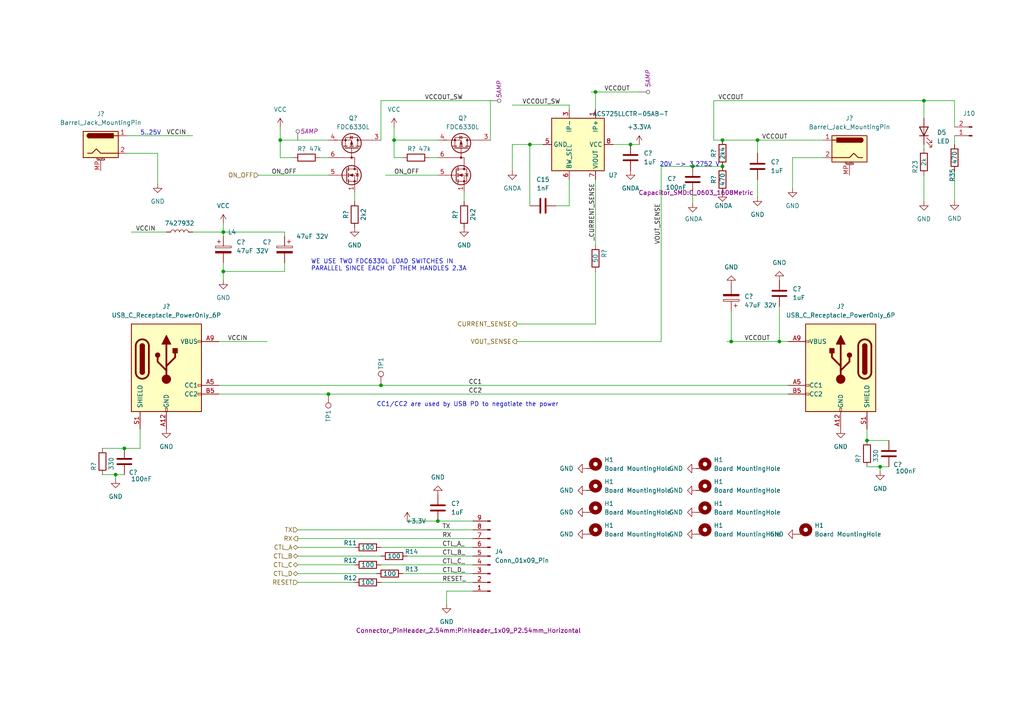
<source format=kicad_sch>
(kicad_sch (version 20230121) (generator eeschema)
  (paper "A4")
  (title_block (title "Board control") (date "2023-06-13") (rev "1.0.0") (company "Red Hat Inc.") (comment 1 "Emerging Technologies"))
  (lib_symbols
    (symbol "Connector:Barrel_Jack_MountingPin" (pin_names hide)
      (property "Reference" "J" (at 0 5.334 0))
      (property "Value" "Barrel_Jack_MountingPin" (at 1.27 -6.35 0))
      (symbol "Barrel_Jack_MountingPin_1_1"
        (text "Mounting" (at 0 -4.191 0) (effects (font (size 0.381 0.381))))
        (pin passive line (at 7.62 2.54 180) (length 2.54) (name "~") (number "1"))
        (pin passive line (at 7.62 -2.54 180) (length 2.54) (name "~") (number "2"))
        (pin passive line (at 0 -7.62 90) (length 3.048) (name "MountPin") (number "MP"))
      )
    )
    (symbol "Connector:Conn_01x02_Pin" (pin_names (offset 1.016) hide)
      (property "Reference" "J" (at 0 2.54 0))
      (property "Value" "Conn_01x02_Pin" (at 0 -5.08 0))
      (symbol "Conn_01x02_Pin_1_1"
        (pin passive line (at 5.08 0 180) (length 3.81) (name "Pin_1") (number "1"))
        (pin passive line (at 5.08 -2.54 180) (length 3.81) (name "Pin_2") (number "2"))
      )
    )
    (symbol "Connector:Conn_01x09_Pin" (pin_names (offset 1.016) hide)
      (property "Reference" "J" (at 0 12.7 0))
      (property "Value" "Conn_01x09_Pin" (at 0 -12.7 0))
      (symbol "Conn_01x09_Pin_1_1"
        (pin passive line (at 5.08 10.16 180) (length 3.81) (name "Pin_1") (number "1"))
        (pin passive line (at 5.08 7.62 180) (length 3.81) (name "Pin_2") (number "2"))
        (pin passive line (at 5.08 5.08 180) (length 3.81) (name "Pin_3") (number "3"))
        (pin passive line (at 5.08 2.54 180) (length 3.81) (name "Pin_4") (number "4"))
        (pin passive line (at 5.08 0 180) (length 3.81) (name "Pin_5") (number "5"))
        (pin passive line (at 5.08 -2.54 180) (length 3.81) (name "Pin_6") (number "6"))
        (pin passive line (at 5.08 -5.08 180) (length 3.81) (name "Pin_7") (number "7"))
        (pin passive line (at 5.08 -7.62 180) (length 3.81) (name "Pin_8") (number "8"))
        (pin passive line (at 5.08 -10.16 180) (length 3.81) (name "Pin_9") (number "9"))
      )
    )
    (symbol "Connector:TestPoint" (pin_numbers hide) (pin_names (offset 0.762) hide)
      (property "Reference" "TP" (at 0 6.858 0))
      (property "Value" "TestPoint" (at 0 5.08 0))
      (symbol "TestPoint_1_1"
        (pin passive line (at 0 0 90) (length 2.54) (name "1") (number "1"))
      )
    )
    (symbol "Connector:USB_C_Receptacle_PowerOnly_6P" (pin_names (offset 1.016))
      (property "Reference" "J" (at 0 16.51 0))
      (property "Value" "USB_C_Receptacle_PowerOnly_6P" (at 0 13.97 0))
      (symbol "USB_C_Receptacle_PowerOnly_6P_1_1"
        (pin passive line (at 0 -17.78 90) (length 5.08) (name "GND") (number "A12"))
        (pin bidirectional line (at 15.24 -5.08 180) (length 5.08) (name "CC1") (number "A5"))
        (pin passive line (at 15.24 7.62 180) (length 5.08) (name "VBUS") (number "A9"))
        (pin passive line (at 0 -17.78 90) (length 5.08) hide (name "GND") (number "B12"))
        (pin bidirectional line (at 15.24 -7.62 180) (length 5.08) (name "CC2") (number "B5"))
        (pin passive line (at 15.24 7.62 180) (length 5.08) hide (name "VBUS") (number "B9"))
        (pin passive line (at -7.62 -17.78 90) (length 5.08) (name "SHIELD") (number "S1"))
      )
    )
    (symbol "Device:C" (pin_numbers hide) (pin_names (offset 0.254))
      (property "Reference" "C" (at 0.635 2.54 0))
      (property "Value" "C" (at 0.635 -2.54 0))
      (symbol "C_1_1"
        (pin passive line (at 0 3.81 270) (length 2.794) (name "~") (number "1"))
        (pin passive line (at 0 -3.81 90) (length 2.794) (name "~") (number "2"))
      )
    )
    (symbol "Device:C_Polarized" (pin_numbers hide) (pin_names (offset 0.254))
      (property "Reference" "C" (at 0.635 2.54 0))
      (property "Value" "C_Polarized" (at 0.635 -2.54 0))
      (symbol "C_Polarized_1_1"
        (pin passive line (at 0 3.81 270) (length 2.794) (name "~") (number "1"))
        (pin passive line (at 0 -3.81 90) (length 2.794) (name "~") (number "2"))
      )
    )
    (symbol "Device:L" (pin_numbers hide) (pin_names (offset 1.016) hide)
      (property "Reference" "L" (at -1.27 0 90))
      (property "Value" "L" (at 1.905 0 90))
      (symbol "L_1_1"
        (pin passive line (at 0 3.81 270) (length 1.27) (name "1") (number "1"))
        (pin passive line (at 0 -3.81 90) (length 1.27) (name "2") (number "2"))
      )
    )
    (symbol "Device:LED" (pin_numbers hide) (pin_names (offset 1.016) hide)
      (property "Reference" "D" (at 0 2.54 0))
      (property "Value" "LED" (at 0 -2.54 0))
      (symbol "LED_1_1"
        (pin passive line (at -3.81 0 0) (length 2.54) (name "K") (number "1"))
        (pin passive line (at 3.81 0 180) (length 2.54) (name "A") (number "2"))
      )
    )
    (symbol "Device:R" (pin_numbers hide) (pin_names (offset 0))
      (property "Reference" "R" (at 2.032 0 90))
      (property "Value" "R" (at 0 0 90))
      (symbol "R_1_1"
        (pin passive line (at 0 3.81 270) (length 1.27) (name "~") (number "1"))
        (pin passive line (at 0 -3.81 90) (length 1.27) (name "~") (number "2"))
      )
    )
    (symbol "MountingHole_1" (pin_names (offset 1.016))
      (property "Reference" "H11" (at 2.54 1.27 0))
      (property "Value" "Board MountingHole" (at 2.54 -1.27 0))
      (symbol "MountingHole_1_1_1"
        (pin passive line (at -2.54 -1.27 0) (length 2.54) (name "") (number "1"))
      )
    )
    (symbol "MountingHole_10" (pin_names (offset 1.016))
      (property "Reference" "H14" (at 2.54 1.27 0))
      (property "Value" "Board MountingHole" (at 2.54 -1.27 0))
      (symbol "MountingHole_10_1_1"
        (pin passive line (at -2.54 -1.27 0) (length 2.54) (name "") (number "1"))
      )
    )
    (symbol "MountingHole_2" (pin_names (offset 1.016))
      (property "Reference" "H5" (at 2.54 1.27 0))
      (property "Value" "Board MountingHole" (at 2.54 -1.27 0))
      (symbol "MountingHole_2_1_1"
        (pin passive line (at -2.54 -1.27 0) (length 2.54) (name "") (number "1"))
      )
    )
    (symbol "MountingHole_3" (pin_names (offset 1.016))
      (property "Reference" "H6" (at 2.54 1.27 0))
      (property "Value" "Board MountingHole" (at 2.54 -1.27 0))
      (symbol "MountingHole_3_1_1"
        (pin passive line (at -2.54 -1.27 0) (length 2.54) (name "") (number "1"))
      )
    )
    (symbol "MountingHole_4" (pin_names (offset 1.016))
      (property "Reference" "H7" (at 2.54 1.27 0))
      (property "Value" "Board MountingHole" (at 2.54 -1.27 0))
      (symbol "MountingHole_4_1_1"
        (pin passive line (at -2.54 -1.27 0) (length 2.54) (name "") (number "1"))
      )
    )
    (symbol "MountingHole_5" (pin_names (offset 1.016))
      (property "Reference" "H8" (at 2.54 1.27 0))
      (property "Value" "Board MountingHole" (at 2.54 -1.27 0))
      (symbol "MountingHole_5_1_1"
        (pin passive line (at -2.54 -1.27 0) (length 2.54) (name "") (number "1"))
      )
    )
    (symbol "MountingHole_6" (pin_names (offset 1.016))
      (property "Reference" "H9" (at 2.54 1.27 0))
      (property "Value" "Board MountingHole" (at 2.54 -1.27 0))
      (symbol "MountingHole_6_1_1"
        (pin passive line (at -2.54 -1.27 0) (length 2.54) (name "") (number "1"))
      )
    )
    (symbol "MountingHole_7" (pin_names (offset 1.016))
      (property "Reference" "H10" (at 2.54 1.27 0))
      (property "Value" "Board MountingHole" (at 2.54 -1.27 0))
      (symbol "MountingHole_7_1_1"
        (pin passive line (at -2.54 -1.27 0) (length 2.54) (name "") (number "1"))
      )
    )
    (symbol "MountingHole_8" (pin_names (offset 1.016))
      (property "Reference" "H12" (at 2.54 1.27 0))
      (property "Value" "Board MountingHole" (at 2.54 -1.27 0))
      (symbol "MountingHole_8_1_1"
        (pin passive line (at -2.54 -1.27 0) (length 2.54) (name "") (number "1"))
      )
    )
    (symbol "Sensor_Current:ACS722xLCTR-20AU"
      (property "Reference" "U" (at 2.54 11.43 0))
      (property "Value" "ACS722xLCTR-20AU" (at 2.54 8.89 0))
      (symbol "ACS722xLCTR-20AU_1_1"
        (pin passive line (at -10.16 5.08 0) (length 2.54) (name "IP+") (number "1"))
        (pin passive line (at -10.16 5.08 0) (length 2.54) hide (name "IP+") (number "2"))
        (pin passive line (at -10.16 -2.54 0) (length 2.54) (name "IP-") (number "3"))
        (pin passive line (at -10.16 -2.54 0) (length 2.54) hide (name "IP-") (number "4"))
        (pin power_in line (at 0 -10.16 90) (length 2.54) (name "GND") (number "5"))
        (pin input line (at 10.16 -2.54 180) (length 2.54) (name "BW_SEL") (number "6"))
        (pin output line (at 10.16 5.08 180) (length 2.54) (name "VIOUT") (number "7"))
        (pin power_in line (at 0 10.16 270) (length 2.54) (name "VCC") (number "8"))
      )
    )
    (symbol "Transistor_FET:FDC6330L" (pin_names hide)
      (property "Reference" "Q" (at 3.175 -1.27 0))
      (property "Value" "FDC6330L" (at 3.175 -3.81 0))
      (symbol "FDC6330L_1_1"
        (pin passive line (at 0 -7.62 90) (length 2.54) (name "S1") (number "1"))
        (pin passive line (at 7.62 7.62 180) (length 2.54) hide (name "D2") (number "2"))
        (pin passive line (at 7.62 7.62 180) (length 2.54) (name "D2") (number "3"))
        (pin passive line (at -7.62 7.62 0) (length 2.54) (name "S2") (number "4"))
        (pin passive line (at -7.62 -2.54 0) (length 2.54) (name "G1") (number "5"))
        (pin passive line (at -7.62 2.54 0) (length 2.54) (name "D1") (number "6"))
      )
    )
    (symbol "power:+3.3V" (power) (pin_names (offset 0))
      (property "Value" "+3.3V" (at 0 3.556 0))
      (symbol "+3.3V_1_1"
        (pin power_in line (at 0 0 90) (length 0) hide (name "+3.3V") (number "1"))
      )
    )
    (symbol "power:+3.3VA" (power) (pin_names (offset 0))
      (property "Value" "+3.3VA" (at 0 3.556 0))
      (symbol "+3.3VA_1_1"
        (pin power_in line (at 0 0 90) (length 0) hide (name "+3.3VA") (number "1"))
      )
    )
    (symbol "power:GND" (power) (pin_names (offset 0))
      (property "Value" "GND" (at 0 -3.81 0))
      (symbol "GND_1_1"
        (pin power_in line (at 0 0 270) (length 0) hide (name "GND") (number "1"))
      )
    )
    (symbol "power:GNDA" (power) (pin_names (offset 0))
      (property "Value" "GNDA" (at 0 -3.81 0))
      (symbol "GNDA_1_1"
        (pin power_in line (at 0 0 270) (length 0) hide (name "GNDA") (number "1"))
      )
    )
    (symbol "power:VCC" (power) (pin_names (offset 0))
      (property "Value" "VCC" (at 0 3.81 0))
      (symbol "VCC_1_1"
        (pin power_in line (at 0 0 90) (length 0) hide (name "VCC") (number "1"))
      )
    )
  )
  (junction (at 172.72 26.67))
  (junction (at 114.3 40.64))
  (junction (at 255.27 135.382))
  (junction (at 267.97 29.21))
  (junction (at 95.25 114.3))
  (junction (at 251.46 127.762))
  (junction (at 110.49 111.76))
  (junction (at 64.77 78.74))
  (junction (at 226.06 99.06))
  (junction (at 81.28 40.64))
  (junction (at 209.55 48.26))
  (junction (at 200.914 48.26))
  (junction (at 127 151.13))
  (junction (at 212.09 99.06))
  (junction (at 219.71 40.64))
  (junction (at 64.77 67.31))
  (junction (at 33.528 137.668))
  (junction (at 153.67 41.91))
  (junction (at 182.88 41.91))
  (junction (at 36.068 130.048))
  (junction (at 209.55 40.64))
  (wire (pts (xy 110.49 29.21) (xy 142.24 29.21)))
  (wire (pts (xy 38.1 67.31) (xy 48.26 67.31)))
  (wire (pts (xy 177.8 41.91) (xy 182.88 41.91)))
  (wire (pts (xy 102.87 55.88) (xy 102.87 58.42)))
  (wire (pts (xy 29.718 137.668) (xy 33.528 137.668)))
  (wire (pts (xy 64.77 67.31) (xy 64.77 68.58)))
  (wire (pts (xy 171.45 26.67) (xy 172.72 26.67)))
  (wire (pts (xy 118.11 151.13) (xy 127 151.13)))
  (wire (pts (xy 86.36 163.83) (xy 102.87 163.83)))
  (wire (pts (xy 64.77 78.74) (xy 64.77 81.28)))
  (wire (pts (xy 36.068 130.048) (xy 40.64 130.048)))
  (wire (pts (xy 165.1 30.48) (xy 148.59 30.48)))
  (wire (pts (xy 33.528 137.668) (xy 36.068 137.668)))
  (wire (pts (xy 172.72 26.67) (xy 185.42 26.67)))
  (wire (pts (xy 182.88 41.91) (xy 185.42 41.91)))
  (wire (pts (xy 137.16 171.45) (xy 129.54 171.45)))
  (wire (pts (xy 86.36 156.21) (xy 137.16 156.21)))
  (wire (pts (xy 36.83 44.45) (xy 45.72 44.45)))
  (wire (pts (xy 63.5 99.06) (xy 77.47 99.06)))
  (wire (pts (xy 212.09 90.17) (xy 212.09 99.06)))
  (wire (pts (xy 276.86 39.37) (xy 276.86 41.91)))
  (wire (pts (xy 64.77 76.2) (xy 64.77 78.74)))
  (wire (pts (xy 111.76 50.8) (xy 127 50.8)))
  (wire (pts (xy 276.86 36.83) (xy 276.86 29.21)))
  (wire (pts (xy 81.28 40.64) (xy 81.28 36.83)))
  (wire (pts (xy 55.88 67.31) (xy 64.77 67.31)))
  (wire (pts (xy 207.01 29.21) (xy 207.01 40.64)))
  (wire (pts (xy 207.01 29.21) (xy 267.97 29.21)))
  (wire (pts (xy 276.86 58.293) (xy 276.86 49.53)))
  (wire (pts (xy 81.28 45.72) (xy 81.28 40.64)))
  (wire (pts (xy 267.97 34.29) (xy 267.97 29.21)))
  (wire (pts (xy 212.09 99.06) (xy 226.06 99.06)))
  (wire (pts (xy 86.36 161.29) (xy 110.49 161.29)))
  (wire (pts (xy 45.72 44.45) (xy 45.72 53.34)))
  (wire (pts (xy 110.49 40.64) (xy 110.49 29.21)))
  (wire (pts (xy 172.72 52.07) (xy 172.72 71.12)))
  (wire (pts (xy 153.67 41.91) (xy 153.67 59.69)))
  (wire (pts (xy 33.528 137.668) (xy 33.528 138.938)))
  (wire (pts (xy 134.62 55.88) (xy 134.62 58.42)))
  (wire (pts (xy 114.3 45.72) (xy 114.3 40.64)))
  (wire (pts (xy 63.5 114.3) (xy 95.25 114.3)))
  (wire (pts (xy 255.27 135.382) (xy 255.27 136.652)))
  (wire (pts (xy 124.46 45.72) (xy 127 45.72)))
  (wire (pts (xy 209.55 48.26) (xy 200.914 48.26)))
  (wire (pts (xy 157.48 41.91) (xy 153.67 41.91)))
  (wire (pts (xy 129.54 171.45) (xy 129.54 175.26)))
  (wire (pts (xy 114.3 36.83) (xy 114.3 40.64)))
  (wire (pts (xy 74.93 50.8) (xy 95.25 50.8)))
  (wire (pts (xy 191.77 99.06) (xy 149.86 99.06)))
  (wire (pts (xy 118.11 161.29) (xy 137.16 161.29)))
  (wire (pts (xy 267.97 50.8) (xy 267.97 58.42)))
  (wire (pts (xy 191.77 48.26) (xy 200.914 48.26)))
  (wire (pts (xy 207.01 40.64) (xy 209.55 40.64)))
  (wire (pts (xy 110.49 111.76) (xy 228.6 111.76)))
  (wire (pts (xy 40.64 124.46) (xy 40.64 130.048)))
  (wire (pts (xy 219.71 40.64) (xy 238.76 40.64)))
  (wire (pts (xy 165.1 31.75) (xy 165.1 30.48)))
  (wire (pts (xy 86.36 168.91) (xy 102.87 168.91)))
  (wire (pts (xy 267.97 41.91) (xy 267.97 43.18)))
  (wire (pts (xy 82.55 68.58) (xy 82.55 67.31)))
  (wire (pts (xy 116.84 45.72) (xy 114.3 45.72)))
  (wire (pts (xy 116.84 166.37) (xy 137.16 166.37)))
  (wire (pts (xy 219.71 52.07) (xy 219.71 57.15)))
  (wire (pts (xy 172.72 26.67) (xy 172.72 31.75)))
  (wire (pts (xy 191.77 48.26) (xy 191.77 99.06)))
  (wire (pts (xy 29.718 130.048) (xy 36.068 130.048)))
  (wire (pts (xy 64.77 78.74) (xy 82.55 78.74)))
  (wire (pts (xy 255.27 135.382) (xy 257.81 135.382)))
  (wire (pts (xy 114.3 40.64) (xy 127 40.64)))
  (wire (pts (xy 82.55 67.31) (xy 64.77 67.31)))
  (wire (pts (xy 148.59 41.91) (xy 148.59 49.53)))
  (wire (pts (xy 172.72 93.98) (xy 172.72 78.74)))
  (wire (pts (xy 36.83 39.37) (xy 55.88 39.37)))
  (wire (pts (xy 251.46 124.46) (xy 251.46 127.762)))
  (wire (pts (xy 200.914 58.928) (xy 200.914 55.88)))
  (wire (pts (xy 219.71 40.64) (xy 219.71 44.45)))
  (wire (pts (xy 153.67 41.91) (xy 148.59 41.91)))
  (wire (pts (xy 251.46 127.762) (xy 257.81 127.762)))
  (wire (pts (xy 142.24 29.21) (xy 142.24 40.64)))
  (wire (pts (xy 85.09 45.72) (xy 81.28 45.72)))
  (wire (pts (xy 63.5 111.76) (xy 110.49 111.76)))
  (wire (pts (xy 81.28 40.64) (xy 95.25 40.64)))
  (wire (pts (xy 238.76 45.72) (xy 229.87 45.72)))
  (wire (pts (xy 110.49 163.83) (xy 137.16 163.83)))
  (wire (pts (xy 210.82 99.06) (xy 212.09 99.06)))
  (wire (pts (xy 92.71 45.72) (xy 95.25 45.72)))
  (wire (pts (xy 64.77 64.77) (xy 64.77 67.31)))
  (wire (pts (xy 226.06 88.9) (xy 226.06 99.06)))
  (wire (pts (xy 110.49 168.91) (xy 137.16 168.91)))
  (wire (pts (xy 149.86 93.98) (xy 172.72 93.98)))
  (wire (pts (xy 276.86 29.21) (xy 267.97 29.21)))
  (wire (pts (xy 251.46 135.382) (xy 255.27 135.382)))
  (wire (pts (xy 95.25 114.3) (xy 228.6 114.3)))
  (wire (pts (xy 86.36 158.75) (xy 102.87 158.75)))
  (wire (pts (xy 86.36 166.37) (xy 109.22 166.37)))
  (wire (pts (xy 127 151.13) (xy 137.16 151.13)))
  (wire (pts (xy 82.55 76.2) (xy 82.55 78.74)))
  (wire (pts (xy 228.6 99.06) (xy 226.06 99.06)))
  (wire (pts (xy 110.49 158.75) (xy 137.16 158.75)))
  (wire (pts (xy 161.29 59.69) (xy 165.1 59.69)))
  (wire (pts (xy 229.87 45.72) (xy 229.87 54.61)))
  (wire (pts (xy 86.36 153.67) (xy 137.16 153.67)))
  (wire (pts (xy 165.1 59.69) (xy 165.1 52.07)))
  (wire (pts (xy 209.55 40.64) (xy 219.71 40.64)))
  (text "WE USE TWO FDC6330L LOAD SWITCHES IN\nPARALLEL SINCE EACH OF THEM HANDLES 2.3A" (at 90.17 78.74 0) (effects (font (size 1.27 1.27)) (justify left bottom)))
  (text "5..25V" (at 40.64 39.37 0) (effects (font (size 1.27 1.27)) (justify left bottom)))
  (text "CC1/CC2 are used by USB PD to negotiate the power\n" (at 109.22 118.11 0) (effects (font (size 1.27 1.27)) (justify left bottom)))
  (text "20V -> 3,2752 V" (at 191.262 48.514 0) (effects (font (size 1.27 1.27)) (justify left bottom)))
  (label "CTL_A_" (at 128.27 158.75 0))
  (label "VCCIN" (at 39.37 67.31 0))
  (label "VCCOUT" (at 215.9 99.06 0))
  (label "VCCOUT" (at 175.26 26.67 0))
  (label "CTL_C_" (at 128.27 163.83 0))
  (label "CTL_B_" (at 128.27 161.29 0))
  (label "VCCOUT_SW" (at 162.56 30.48 180))
  (label "RESET_" (at 128.27 168.91 0))
  (label "TX" (at 128.27 153.67 0))
  (label "RX" (at 128.27 156.21 0))
  (label "VCCOUT" (at 220.98 40.64 0))
  (label "VCCOUT" (at 208.28 29.21 0))
  (label "_CURRENT_SENSE" (at 172.72 69.85 90))
  (label "VCCIN" (at 48.26 39.37 0))
  (label "ON_OFF" (at 114.3 50.8 0))
  (label "CC2" (at 135.89 114.3 0))
  (label "CTL_D_" (at 128.27 166.37 0))
  (label "ON_OFF" (at 78.74 50.8 0))
  (label "VCCIN" (at 66.04 99.06 0))
  (label "VOUT_SENSE" (at 191.77 70.866 90))
  (label "VCCOUT_SW" (at 123.19 29.21 0))
  (label "CC1" (at 135.89 111.76 0))
  (hierarchical_label "CTL_A" (shape bidirectional) (at 86.36 158.75 180))
  (hierarchical_label "CTL_C" (shape bidirectional) (at 86.36 163.83 180))
  (hierarchical_label "RESET" (shape input) (at 86.36 168.91 180))
  (hierarchical_label "CTL_D" (shape bidirectional) (at 86.36 166.37 180))
  (hierarchical_label "CURRENT_SENSE" (shape output) (at 149.86 93.98 180))
  (hierarchical_label "CTL_B" (shape bidirectional) (at 86.36 161.29 180))
  (hierarchical_label "TX" (shape input) (at 86.36 153.67 180))
  (hierarchical_label "VOUT_SENSE" (shape output) (at 149.86 99.06 180))
  (hierarchical_label "RX" (shape output) (at 86.36 156.21 180))
  (hierarchical_label "ON_OFF" (shape input) (at 74.93 50.8 180))
  (netclass_flag "" (length 2.54) (shape round) (at 86.36 40.64 0) (property "Netclass" "5AMP" (at 87.0585 38.1 0) (effects (font italic) (justify left))))
  (netclass_flag "" (length 2.54) (shape round) (at 142.24 29.21 270) (property "Netclass" "5AMP" (at 144.78 28.5115 90) (effects (font italic) (justify left))))
  (netclass_flag "" (length 2.54) (shape round) (at 185.42 26.67 270) (property "Netclass" "5AMP" (at 187.96 25.4 90) (effects (font italic) (justify left))))
  (symbol (lib_id "power:+3.3V") (at 118.11 151.13 0) (unit 1)
    (property "Reference" "#PWR027" (effects hide))
    (property "Value" "+3.3V" (at 120.65 151.13 0))
    (instances (project "dutlink" (path "" (reference "#PWR027") (unit 1)) (path "" (reference "#PWR098") (unit 1))))
  )
  (symbol (lib_id "power:GND") (at 243.84 124.46 0) (unit 1)
    (property "Reference" "#PWR?" (effects hide))
    (property "Value" "GND" (at 243.84 129.54 0))
    (instances (project "dutlink" (path "" (reference "#PWR?") (unit 1)) (path "" (reference "#PWR044") (unit 1))))
  )
  (symbol (lib_id "Device:C_Polarized") (at 82.55 72.39 0) (mirror y) (unit 1)
    (property "Reference" "C?" (at 78.74 70.231 0) (effects (justify left)))
    (property "Value" "47uF 32V" (at 95.25 68.58 0) (effects (justify left)))
    (property "Footprint" "Capacitor_SMD:CP_Elec_6.3x5.4_Nichicon" (effects hide))
    (property "MFN" "HV470M035E055ETR" (effects hide))
    (instances (project "dutlink" (path "" (reference "C?") (unit 1)) (path "" (reference "C27") (unit 1))))
  )
  (symbol (lib_id "Connector:TestPoint") (at 95.25 114.3 180) (unit 1)
    (property "Reference" "TP1" (at 95.25 120.65 90))
    (property "Value" "TestPoint" (effects hide))
    (property "Footprint" "TestPoint:TestPoint_Pad_D1.0mm" (effects hide))
    (instances (project "dutlink" (path "" (reference "TP1") (unit 1)) (path "" (reference "TP13") (unit 1))))
  )
  (symbol (lib_id "Device:R") (at 113.03 166.37 90) (unit 1)
    (property "Reference" "R13" (at 119.38 165.1 90))
    (property "Value" "100" (at 113.03 166.37 90))
    (property "Footprint" "Resistor_SMD:R_0603_1608Metric" (effects hide))
    (property "MFN" "RTT031000FTP" (effects hide))
  )
  (symbol (lib_id "power:GNDA") (at 209.55 55.88 0) (unit 1)
    (property "Reference" "#PWR?" (effects hide))
    (property "Value" "GNDA" (at 209.804 59.69 0))
    (instances (project "dutlink" (path "" (reference "#PWR?") (unit 1)) (path "" (reference "#PWR024") (unit 1))))
  )
  (symbol (lib_id "power:GND") (at 134.62 66.04 0) (unit 1)
    (property "Reference" "#PWR?" (effects hide))
    (property "Value" "GND" (at 134.62 71.12 0))
    (instances (project "dutlink" (path "" (reference "#PWR?") (unit 1)) (path "" (reference "#PWR020") (unit 1))))
  )
  (symbol (lib_id "Device:C") (at 226.06 85.09 0) (unit 1)
    (property "Reference" "C?" (at 229.87 83.82 0) (effects (justify left)))
    (property "Value" "1uF" (at 229.87 86.36 0) (effects (justify left)))
    (property "Footprint" "Capacitor_SMD:C_0603_1608Metric" (effects hide))
    (property "MFN" "CL10B105KA8NNNC" (effects hide))
    (instances (project "dutlink" (path "" (reference "C?") (unit 1)) (path "" (reference "C12") (unit 1))))
  )
  (symbol (lib_id "Connector:Conn_01x02_Pin") (at 281.94 39.37 180) (unit 1)
    (property "Reference" "J10" (at 279.273 32.893 0) (effects (justify right)))
    (property "Value" "Conn_01x02_Pin" (effects hide))
    (property "Footprint" "Connector_PinHeader_2.54mm:PinHeader_1x02_P2.54mm_Vertical" (effects hide))
    (property "MFN" "PZ254V-11-02P" (effects hide))
    (instances (project "dutlink" (path "" (reference "J10") (unit 1)) (path "" (reference "J16") (unit 1))))
  )
  (symbol (lib_id "Device:R") (at 209.55 44.45 180) (unit 1)
    (property "Reference" "R?" (at 207.01 44.45 90))
    (property "Value" "2k4" (at 209.55 44.45 90))
    (property "Footprint" "Resistor_SMD:R_0603_1608Metric" (effects hide))
    (property "MFN" "RC0603FR-072K4L" (effects hide))
    (instances (project "dutlink" (path "" (reference "R?") (unit 1)) (path "" (reference "R8") (unit 1))))
  )
  (symbol (lib_name "MountingHole_4") (lib_id "Mechanical:MountingHole") (at 172.72 153.67 0) (unit 1)
    (property "Reference" "H1" (at 175.26 152.4 0) (effects (justify left)))
    (property "Value" "Board MountingHole" (at 175.26 154.94 0) (effects (justify left)))
    (property "Footprint" "MountingHole:MountingHole_2.7mm_M2.5_Pad_Via" (effects hide))
    (instances (project "dutlink" (path "" (reference "H1") (unit 1)) (path "" (reference "H7") (unit 1))))
  )
  (symbol (lib_id "power:VCC") (at 114.3 36.83 0) (unit 1)
    (property "Reference" "#PWR?" (effects hide))
    (property "Value" "VCC" (at 114.3 31.75 0))
    (instances (project "dutlink" (path "" (reference "#PWR?") (unit 1)) (path "" (reference "#PWR019") (unit 1))))
  )
  (symbol (lib_name "MountingHole_1") (lib_id "Mechanical:MountingHole") (at 172.72 134.62 0) (unit 1)
    (property "Reference" "H1" (at 175.26 133.35 0) (effects (justify left)))
    (property "Value" "Board MountingHole" (at 175.26 135.89 0) (effects (justify left)))
    (property "Footprint" "MountingHole:MountingHole_2.7mm_M2.5_Pad_Via" (effects hide))
    (instances (project "dutlink" (path "" (reference "H1") (unit 1)) (path "" (reference "H11") (unit 1))))
  )
  (symbol (lib_id "Transistor_FET:FDC6330L") (at 102.87 48.26 0) (unit 1)
    (property "Reference" "Q?" (at 102.4255 34.29 0))
    (property "Value" "FDC6330L" (at 102.4255 36.83 0))
    (property "Footprint" "Package_TO_SOT_SMD:TSOT-23-6" (effects hide))
    (property "Datasheet" "https://www.onsemi.com/pub/Collateral/FDC6330L-D.PDF" (effects hide))
    (property "MFN" "FDC6330L" (effects hide))
    (instances (project "dutlink" (path "" (reference "Q?") (unit 1)) (path "" (reference "Q1") (unit 1))))
  )
  (symbol (lib_id "Device:L") (at 52.07 67.31 90) (unit 1)
    (property "Reference" "L4" (at 67.31 67.31 90))
    (property "Value" "7427932" (at 52.07 64.77 90))
    (property "Footprint" "FOOTPRINTS:7427932" (effects hide))
    (property "Datasheet" "https://www.we-online.com/components/products/datasheet/7427932.pdf" (effects hide))
    (property "Description" "Wurth 7427932 Inductor" (effects hide))
    (property "Link" "https://www2.mouser.com/ProductDetail/Wurth-Elektronik/7427932?qs=E%2F%2FhvbtCqpMraVkI3KrIPA%3D%3D" (effects hide))
    (property "MFN" "7427932" (effects hide))
    (property "MPN" "7427932" (effects hide))
    (instances (project "dutlink" (path "" (reference "L4") (unit 1)) (path "" (reference "L2") (unit 1))))
  )
  (symbol (lib_name "MountingHole_5") (lib_id "Mechanical:MountingHole") (at 204.47 134.62 0) (unit 1)
    (property "Reference" "H1" (at 207.01 133.35 0) (effects (justify left)))
    (property "Value" "Board MountingHole" (at 207.01 135.89 0) (effects (justify left)))
    (property "Footprint" "MountingHole:MountingHole_2.7mm_M2.5_Pad_Via" (effects hide))
    (instances (project "dutlink" (path "" (reference "H1") (unit 1)) (path "" (reference "H8") (unit 1))))
  )
  (symbol (lib_id "power:GND") (at 226.06 81.28 180) (unit 1)
    (property "Reference" "#PWR?" (effects hide))
    (property "Value" "GND" (at 226.06 76.2 0))
    (instances (project "dutlink" (path "" (reference "#PWR?") (unit 1)) (path "" (reference "#PWR042") (unit 1))))
  )
  (symbol (lib_id "power:GND") (at 33.528 138.938 0) (unit 1)
    (property "Reference" "#PWR079" (effects hide))
    (property "Value" "GND" (at 33.528 144.018 0))
    (instances (project "dutlink" (path "" (reference "#PWR079") (unit 1)) (path "" (reference "#PWR0100") (unit 1))))
  )
  (symbol (lib_name "MountingHole_10") (lib_id "Mechanical:MountingHole") (at 233.68 153.67 0) (unit 1)
    (property "Reference" "H1" (at 236.22 152.4 0) (effects (justify left)))
    (property "Value" "Board MountingHole" (at 236.22 154.94 0) (effects (justify left)))
    (property "Footprint" "MountingHole:MountingHole_2.7mm_M2.5_Pad_Via" (effects hide))
    (instances (project "dutlink" (path "" (reference "H1") (unit 1)) (path "" (reference "H14") (unit 1))))
  )
  (symbol (lib_id "Transistor_FET:FDC6330L") (at 134.62 48.26 0) (unit 1)
    (property "Reference" "Q?" (at 134.1755 34.29 0))
    (property "Value" "FDC6330L" (at 134.1755 36.83 0))
    (property "Footprint" "Package_TO_SOT_SMD:TSOT-23-6" (effects hide))
    (property "Datasheet" "https://www.onsemi.com/pub/Collateral/FDC6330L-D.PDF" (effects hide))
    (property "MFN" "FDC6330L" (effects hide))
    (instances (project "dutlink" (path "" (reference "Q?") (unit 1)) (path "" (reference "Q2") (unit 1))))
  )
  (symbol (lib_id "power:GND") (at 201.93 148.59 270) (unit 1)
    (property "Reference" "#PWR?" (effects hide))
    (property "Value" "GND" (at 198.12 148.59 90) (effects (justify right)))
    (instances (project "dutlink" (path "" (reference "#PWR?") (unit 1)) (path "" (reference "#PWR086") (unit 1))))
  )
  (symbol (lib_id "Connector:USB_C_Receptacle_PowerOnly_6P") (at 48.26 106.68 0) (unit 1)
    (property "Reference" "J?" (at 48.26 88.9 0))
    (property "Value" "USB_C_Receptacle_PowerOnly_6P" (at 48.26 91.44 0))
    (property "Footprint" "FOOTPRINTS:USB_C_Receptacle_G-Switch_GT-USB-7010ASV_fix" (effects hide))
    (property "Datasheet" "https://www.usb.org/sites/default/files/documents/usb_type-c.zip" (effects hide))
    (property "MFN" "GT-USB-7010ASV" (effects hide))
    (instances (project "dutlink" (path "" (reference "J?") (unit 1)) (path "" (reference "J1") (unit 1))))
  )
  (symbol (lib_id "Device:C") (at 257.81 131.572 0) (unit 1)
    (property "Reference" "C?" (at 259.08 134.747 0) (effects (justify left)))
    (property "Value" "100nF" (at 259.715 136.652 0) (effects (justify left)))
    (property "Footprint" "Capacitor_SMD:C_0603_1608Metric" (effects hide))
    (property "MPN" "CL05B104K05NNNC" (effects hide))
    (property "MPN2" "TCC0402X7R104M160AT" (effects hide))
    (property "MFN" "CL10B104KB8NNNC" (effects hide))
    (instances (project "dutlink" (path "" (reference "C?") (unit 1)) (path "" (reference "C34") (unit 1)) (path "" (reference "C23") (unit 1))))
  )
  (symbol (lib_id "power:GND") (at 45.72 53.34 0) (unit 1)
    (property "Reference" "#PWR?" (effects hide))
    (property "Value" "GND" (at 45.72 58.42 0))
    (instances (project "dutlink" (path "" (reference "#PWR?") (unit 1)) (path "" (reference "#PWR01") (unit 1))))
  )
  (symbol (lib_id "Device:R") (at 267.97 46.99 180) (unit 1)
    (property "Reference" "R23" (at 265.43 48.387 90))
    (property "Value" "2k" (at 267.97 46.99 90))
    (property "Footprint" "Resistor_SMD:R_0603_1608Metric" (effects hide))
    (property "MFN" "RC0603FR-072KL" (effects hide))
    (instances (project "dutlink" (path "" (reference "R23") (unit 1)) (path "" (reference "R24") (unit 1))))
  )
  (symbol (lib_name "MountingHole_2") (lib_id "Mechanical:MountingHole") (at 172.72 140.97 0) (unit 1)
    (property "Reference" "H1" (at 175.26 139.7 0) (effects (justify left)))
    (property "Value" "Board MountingHole" (at 175.26 142.24 0) (effects (justify left)))
    (property "Footprint" "MountingHole:MountingHole_2.7mm_M2.5_Pad_Via" (effects hide))
    (instances (project "dutlink" (path "" (reference "H1") (unit 1)) (path "" (reference "H5") (unit 1))))
  )
  (symbol (lib_id "Device:R") (at 88.9 45.72 90) (unit 1)
    (property "Reference" "R?" (at 87.503 43.18 90))
    (property "Value" "47k" (at 91.44 43.18 90))
    (property "Footprint" "Resistor_SMD:R_0603_1608Metric" (effects hide))
    (property "MFN" "RC0603JR-0747KL" (effects hide))
    (instances (project "dutlink" (path "" (reference "R?") (unit 1)) (path "" (reference "R3") (unit 1))))
  )
  (symbol (lib_id "Device:R") (at 29.718 133.858 180) (unit 1)
    (property "Reference" "R?" (at 27.178 135.255 90))
    (property "Value" "330" (at 32.258 134.493 90))
    (property "Footprint" "Resistor_SMD:R_0402_1005Metric" (effects hide))
    (property "MFN" "RTT02331JTH" (effects hide))
    (property "MPN" "RTT02331JTH" (effects hide))
    (instances (project "dutlink" (path "" (reference "R?") (unit 1)) (path "" (reference "R17") (unit 1)) (path "" (reference "R114") (unit 1))))
  )
  (symbol (lib_id "power:GND") (at 229.87 54.61 0) (mirror y) (unit 1)
    (property "Reference" "#PWR?" (effects hide))
    (property "Value" "GND" (at 229.87 59.69 0))
    (instances (project "dutlink" (path "" (reference "#PWR?") (unit 1)) (path "" (reference "#PWR026") (unit 1))))
  )
  (symbol (lib_id "power:VCC") (at 64.77 64.77 0) (unit 1)
    (property "Reference" "#PWR?" (effects hide))
    (property "Value" "VCC" (at 64.77 59.69 0))
    (instances (project "dutlink" (path "" (reference "#PWR?") (unit 1)) (path "" (reference "#PWR02") (unit 1))))
  )
  (symbol (lib_id "power:GND") (at 201.93 135.89 270) (unit 1)
    (property "Reference" "#PWR?" (effects hide))
    (property "Value" "GND" (at 198.12 135.89 90) (effects (justify right)))
    (instances (project "dutlink" (path "" (reference "#PWR?") (unit 1)) (path "" (reference "#PWR084") (unit 1))))
  )
  (symbol (lib_id "Device:C") (at 200.914 52.07 0) (unit 1)
    (property "Reference" "C?" (at 193.548 51.816 0) (effects (justify left)))
    (property "Value" "100nF" (at 193.04 54.356 0) (effects (justify left)))
    (property "Footprint" "Capacitor_SMD:C_0603_1608Metric" (at 201.8792 55.88 0))
    (property "MFN" "CL10B104KB8NNNC" (effects hide))
    (instances (project "dutlink" (path "" (reference "C?") (unit 1)) (path "" (reference "C13") (unit 1))))
  )
  (symbol (lib_id "Device:C") (at 182.88 45.72 0) (unit 1)
    (property "Reference" "C?" (at 186.69 44.45 0) (effects (justify left)))
    (property "Value" "1uF" (at 186.69 46.99 0) (effects (justify left)))
    (property "Footprint" "Capacitor_SMD:C_0603_1608Metric" (effects hide))
    (property "MFN" "CL10B105KA8NNNC" (effects hide))
    (instances (project "dutlink" (path "" (reference "C?") (unit 1)) (path "" (reference "C6") (unit 1))))
  )
  (symbol (lib_id "Device:R") (at 209.55 52.07 180) (unit 1)
    (property "Reference" "R?" (at 207.01 52.07 90))
    (property "Value" "470" (at 209.55 52.07 90))
    (property "Footprint" "Resistor_SMD:R_0603_1608Metric" (effects hide))
    (property "MFN" "RC0603JR-07470RL" (effects hide))
    (instances (project "dutlink" (path "" (reference "R?") (unit 1)) (path "" (reference "R9") (unit 1))))
  )
  (symbol (lib_id "power:GND") (at 127 143.51 180) (unit 1)
    (property "Reference" "#PWR?" (effects hide))
    (property "Value" "GND" (at 127 138.43 0))
    (instances (project "dutlink" (path "" (reference "#PWR?") (unit 1)) (path "" (reference "#PWR099") (unit 1))))
  )
  (symbol (lib_id "Connector:TestPoint") (at 110.49 111.76 0) (unit 1)
    (property "Reference" "TP1" (at 110.49 105.41 90))
    (property "Value" "TestPoint" (effects hide))
    (property "Footprint" "TestPoint:TestPoint_Pad_D1.0mm" (effects hide))
    (instances (project "dutlink" (path "" (reference "TP1") (unit 1)) (path "" (reference "TP12") (unit 1))))
  )
  (symbol (lib_id "Device:R") (at 172.72 74.93 0) (unit 1)
    (property "Reference" "R?" (at 175.26 73.533 90))
    (property "Value" "50" (at 172.72 74.93 90))
    (property "Footprint" "Resistor_SMD:R_0603_1608Metric" (effects hide))
    (property "MFN" "RT0603BRE0750RL" (effects hide))
    (instances (project "dutlink" (path "" (reference "R?") (unit 1)) (path "" (reference "R7") (unit 1))))
  )
  (symbol (lib_id "Connector:Conn_01x09_Pin") (at 142.24 161.29 180) (unit 1)
    (property "Reference" "J4" (at 143.51 160.02 0) (effects (justify right)))
    (property "Value" "Conn_01x09_Pin" (at 143.51 162.56 0) (effects (justify right)))
    (property "Footprint" "Connector_PinHeader_2.54mm:PinHeader_1x09_P2.54mm_Horizontal" (at 135.89 182.88 0))
    (property "MFN" "A2541WR-9P" (effects hide))
  )
  (symbol (lib_id "Connector:Barrel_Jack_MountingPin") (at 29.21 41.91 0) (unit 1)
    (property "Reference" "J?" (at 29.21 33.02 0))
    (property "Value" "Barrel_Jack_MountingPin" (at 29.21 35.56 0))
    (property "Footprint" "Connector_BarrelJack:BarrelJack_Horizontal" (effects hide))
    (property "MFN" "DC-005B-2.5A-2.5" (effects hide))
    (instances (project "dutlink" (path "" (reference "J?") (unit 1)) (path "" (reference "J2") (unit 1))))
  )
  (symbol (lib_id "power:VCC") (at 81.28 36.83 0) (unit 1)
    (property "Reference" "#PWR?" (effects hide))
    (property "Value" "VCC" (at 81.28 31.75 0))
    (instances (project "dutlink" (path "" (reference "#PWR?") (unit 1)) (path "" (reference "#PWR04") (unit 1))))
  )
  (symbol (lib_id "power:GNDA") (at 182.88 49.53 0) (unit 1)
    (property "Reference" "#PWR?" (effects hide))
    (property "Value" "GNDA" (at 182.88 54.61 0))
    (instances (project "dutlink" (path "" (reference "#PWR?") (unit 1)) (path "" (reference "#PWR022") (unit 1))))
  )
  (symbol (lib_id "power:GND") (at 231.14 154.94 270) (unit 1)
    (property "Reference" "#PWR?" (effects hide))
    (property "Value" "GND" (at 227.33 154.94 90) (effects (justify right)))
    (instances (project "dutlink" (path "" (reference "#PWR?") (unit 1)) (path "" (reference "#PWR082") (unit 1))))
  )
  (symbol (lib_id "Sensor_Current:ACS722xLCTR-20AU") (at 167.64 41.91 270) (unit 1)
    (property "Reference" "U?" (at 177.8 50.8 90))
    (property "Value" "ACS725LLCTR-05AB-T" (at 182.88 33.02 90))
    (property "Footprint" "Package_SO:SOIC-8_3.9x4.9mm_P1.27mm" (effects hide))
    (property "Datasheet" "http://www.allegromicro.com/~/media/Files/Datasheets/ACS722-Datasheet.ashx?la=en" (effects hide))
    (property "Link" "https://www.mouser.es/ProductDetail/onsemi-Fairchild/FDC6330L?qs=efMQ9B2bthfkfJJoj5%252B07g==" (effects hide))
    (property "MFN" "ACS725LLCTR-05AB-T" (effects hide))
    (instances (project "dutlink" (path "" (reference "U?") (unit 1)) (path "" (reference "U4") (unit 1))))
  )
  (symbol (lib_id "power:GND") (at 102.87 66.04 0) (unit 1)
    (property "Reference" "#PWR?" (effects hide))
    (property "Value" "GND" (at 102.87 71.12 0))
    (instances (project "dutlink" (path "" (reference "#PWR?") (unit 1)) (path "" (reference "#PWR018") (unit 1))))
  )
  (symbol (lib_id "Connector:Barrel_Jack_MountingPin") (at 246.38 43.18 0) (mirror y) (unit 1)
    (property "Reference" "J?" (at 246.38 34.29 0))
    (property "Value" "Barrel_Jack_MountingPin" (at 246.38 36.83 0))
    (property "Footprint" "Connector_BarrelJack:BarrelJack_Horizontal" (effects hide))
    (property "MFN" "DC-005B-2.5A-2.5" (effects hide))
    (instances (project "dutlink" (path "" (reference "J?") (unit 1)) (path "" (reference "J3") (unit 1))))
  )
  (symbol (lib_id "Device:R") (at 106.68 168.91 90) (unit 1)
    (property "Reference" "R12" (at 101.6 167.64 90))
    (property "Value" "100" (at 106.68 168.91 90))
    (property "Footprint" "Resistor_SMD:R_0603_1608Metric" (effects hide))
    (property "MFN" "RTT031000FTP" (effects hide))
    (instances (project "dutlink" (path "" (reference "R12") (unit 1)) (path "" (reference "R31") (unit 1))))
  )
  (symbol (lib_id "power:GND") (at 64.77 81.28 0) (unit 1)
    (property "Reference" "#PWR?" (effects hide))
    (property "Value" "GND" (at 64.77 86.36 0))
    (instances (project "dutlink" (path "" (reference "#PWR?") (unit 1)) (path "" (reference "#PWR03") (unit 1))))
  )
  (symbol (lib_id "Device:C") (at 219.71 48.26 0) (unit 1)
    (property "Reference" "C?" (at 223.52 46.99 0) (effects (justify left)))
    (property "Value" "1uF" (at 223.52 49.53 0) (effects (justify left)))
    (property "Footprint" "Capacitor_SMD:C_0603_1608Metric" (effects hide))
    (property "MFN" "CL10B105KA8NNNC" (effects hide))
    (instances (project "dutlink" (path "" (reference "C?") (unit 1)) (path "" (reference "C11") (unit 1))))
  )
  (symbol (lib_id "power:GND") (at 170.18 135.89 270) (unit 1)
    (property "Reference" "#PWR?" (effects hide))
    (property "Value" "GND" (at 166.37 135.89 90) (effects (justify right)))
    (instances (project "dutlink" (path "" (reference "#PWR?") (unit 1)) (path "" (reference "#PWR088") (unit 1))))
  )
  (symbol (lib_id "power:GND") (at 255.27 136.652 0) (unit 1)
    (property "Reference" "#PWR079" (effects hide))
    (property "Value" "GND" (at 255.27 141.732 0))
    (instances (project "dutlink" (path "" (reference "#PWR079") (unit 1)) (path "" (reference "#PWR0101") (unit 1))))
  )
  (symbol (lib_id "Device:LED") (at 267.97 38.1 90) (unit 1)
    (property "Reference" "D5" (at 271.78 38.4175 90) (effects (justify right)))
    (property "Value" "LED" (at 271.78 40.9575 90) (effects (justify right)))
    (property "Footprint" "LED_SMD:LED_0603_1608Metric" (effects hide))
    (property "MFN" "LTST-C190KRKT" (effects hide))
    (instances (project "dutlink" (path "" (reference "D5") (unit 1)) (path "" (reference "D6") (unit 1))))
  )
  (symbol (lib_id "Device:C") (at 157.48 59.69 270) (unit 1)
    (property "Reference" "C15" (at 157.48 52.07 90))
    (property "Value" "1nF" (at 157.48 54.61 90))
    (property "Footprint" "Capacitor_SMD:C_0603_1608Metric" (effects hide))
    (property "MFN" "CL10B105KA8NNNC" (effects hide))
    (instances (project "dutlink" (path "" (reference "C15") (unit 1)) (path "" (reference "C32") (unit 1))))
  )
  (symbol (lib_id "Device:R") (at 276.86 45.72 180) (unit 1)
    (property "Reference" "R35" (at 276.225 50.8 90))
    (property "Value" "470" (at 276.86 45.72 90))
    (property "Footprint" "Resistor_SMD:R_0603_1608Metric" (effects hide))
    (property "MFN" "RC0603JR-07470RL" (effects hide))
    (property "MPN" "RTT02471JTH" (effects hide))
    (instances (project "dutlink" (path "" (reference "R35") (unit 1)) (path "" (reference "R39") (unit 1))))
  )
  (symbol (lib_id "power:GND") (at 170.18 148.59 270) (unit 1)
    (property "Reference" "#PWR?" (effects hide))
    (property "Value" "GND" (at 166.37 148.59 90) (effects (justify right)))
    (instances (project "dutlink" (path "" (reference "#PWR?") (unit 1)) (path "" (reference "#PWR090") (unit 1))))
  )
  (symbol (lib_id "power:GND") (at 48.26 124.46 0) (unit 1)
    (property "Reference" "#PWR?" (effects hide))
    (property "Value" "GND" (at 48.26 129.54 0))
    (instances (project "dutlink" (path "" (reference "#PWR?") (unit 1)) (path "" (reference "#PWR040") (unit 1))))
  )
  (symbol (lib_id "power:GND") (at 129.54 175.26 0) (mirror y) (unit 1)
    (property "Reference" "#PWR037" (effects hide))
    (property "Value" "GND" (at 129.54 180.34 0))
  )
  (symbol (lib_name "MountingHole_7") (lib_id "Mechanical:MountingHole") (at 204.47 147.32 0) (unit 1)
    (property "Reference" "H1" (at 207.01 146.05 0) (effects (justify left)))
    (property "Value" "Board MountingHole" (at 207.01 148.59 0) (effects (justify left)))
    (property "Footprint" "MountingHole:MountingHole_2.7mm_M2.5_Pad_Via" (effects hide))
    (instances (project "dutlink" (path "" (reference "H1") (unit 1)) (path "" (reference "H10") (unit 1))))
  )
  (symbol (lib_id "Connector:USB_C_Receptacle_PowerOnly_6P") (at 243.84 106.68 0) (mirror y) (unit 1)
    (property "Reference" "J?" (at 243.84 88.9 0))
    (property "Value" "USB_C_Receptacle_PowerOnly_6P" (at 243.84 91.44 0))
    (property "Footprint" "FOOTPRINTS:USB_C_Receptacle_G-Switch_GT-USB-7010ASV_fix" (effects hide))
    (property "Datasheet" "https://www.usb.org/sites/default/files/documents/usb_type-c.zip" (effects hide))
    (property "MFN" "GT-USB-7010ASV" (effects hide))
    (instances (project "dutlink" (path "" (reference "J?") (unit 1)) (path "" (reference "J5") (unit 1))))
  )
  (symbol (lib_id "Device:R") (at 106.68 163.83 90) (unit 1)
    (property "Reference" "R12" (at 101.6 162.56 90))
    (property "Value" "100" (at 106.68 163.83 90))
    (property "Footprint" "Resistor_SMD:R_0603_1608Metric" (effects hide))
    (property "MFN" "RTT031000FTP" (effects hide))
  )
  (symbol (lib_name "MountingHole_6") (lib_id "Mechanical:MountingHole") (at 204.47 140.97 0) (unit 1)
    (property "Reference" "H1" (at 207.01 139.7 0) (effects (justify left)))
    (property "Value" "Board MountingHole" (at 207.01 142.24 0) (effects (justify left)))
    (property "Footprint" "MountingHole:MountingHole_2.7mm_M2.5_Pad_Via" (effects hide))
    (instances (project "dutlink" (path "" (reference "H1") (unit 1)) (path "" (reference "H9") (unit 1))))
  )
  (symbol (lib_id "power:GND") (at 170.18 154.94 270) (unit 1)
    (property "Reference" "#PWR?" (effects hide))
    (property "Value" "GND" (at 166.37 154.94 90) (effects (justify right)))
    (instances (project "dutlink" (path "" (reference "#PWR?") (unit 1)) (path "" (reference "#PWR091") (unit 1))))
  )
  (symbol (lib_id "power:GND") (at 201.93 154.94 270) (unit 1)
    (property "Reference" "#PWR?" (effects hide))
    (property "Value" "GND" (at 198.12 154.94 90) (effects (justify right)))
    (instances (project "dutlink" (path "" (reference "#PWR?") (unit 1)) (path "" (reference "#PWR087") (unit 1))))
  )
  (symbol (lib_id "power:GNDA") (at 148.59 49.53 0) (unit 1)
    (property "Reference" "#PWR?" (effects hide))
    (property "Value" "GNDA" (at 148.59 54.61 0))
    (instances (project "dutlink" (path "" (reference "#PWR?") (unit 1)) (path "" (reference "#PWR021") (unit 1))))
  )
  (symbol (lib_name "MountingHole_8") (lib_id "Mechanical:MountingHole") (at 204.47 153.67 0) (unit 1)
    (property "Reference" "H1" (at 207.01 152.4 0) (effects (justify left)))
    (property "Value" "Board MountingHole" (at 207.01 154.94 0) (effects (justify left)))
    (property "Footprint" "MountingHole:MountingHole_2.7mm_M2.5_Pad_Via" (effects hide))
    (instances (project "dutlink" (path "" (reference "H1") (unit 1)) (path "" (reference "H12") (unit 1))))
  )
  (symbol (lib_id "power:GND") (at 267.97 58.42 0) (unit 1)
    (property "Reference" "#PWR?" (effects hide))
    (property "Value" "GND" (at 267.97 63.5 0))
    (instances (project "dutlink" (path "" (reference "#PWR?") (unit 1)) (path "" (reference "#PWR062") (unit 1))))
  )
  (symbol (lib_id "power:GND") (at 170.18 142.24 270) (unit 1)
    (property "Reference" "#PWR?" (effects hide))
    (property "Value" "GND" (at 166.37 142.24 90) (effects (justify right)))
    (instances (project "dutlink" (path "" (reference "#PWR?") (unit 1)) (path "" (reference "#PWR089") (unit 1))))
  )
  (symbol (lib_id "power:GND") (at 219.71 57.15 0) (unit 1)
    (property "Reference" "#PWR?" (effects hide))
    (property "Value" "GND" (at 219.71 62.23 0))
    (instances (project "dutlink" (path "" (reference "#PWR?") (unit 1)) (path "" (reference "#PWR025") (unit 1))))
  )
  (symbol (lib_id "Device:C_Polarized") (at 64.77 72.39 0) (unit 1)
    (property "Reference" "C?" (at 68.58 70.231 0) (effects (justify left)))
    (property "Value" "47uF 32V" (at 68.58 72.771 0) (effects (justify left)))
    (property "Footprint" "Capacitor_SMD:CP_Elec_6.3x5.4_Nichicon" (effects hide))
    (property "MFN" "HV470M035E055ETR" (effects hide))
    (instances (project "dutlink" (path "" (reference "C?") (unit 1)) (path "" (reference "C5") (unit 1))))
  )
  (symbol (lib_id "Device:C_Polarized") (at 212.09 86.36 180) (unit 1)
    (property "Reference" "C?" (at 215.9 85.979 0) (effects (justify right)))
    (property "Value" "47uF 32V" (at 215.9 88.519 0) (effects (justify right)))
    (property "Footprint" "Capacitor_SMD:CP_Elec_6.3x5.4_Nichicon" (effects hide))
    (property "MFN" "HV470M035E055ETR" (effects hide))
    (instances (project "dutlink" (path "" (reference "C?") (unit 1)) (path "" (reference "C29") (unit 1))))
  )
  (symbol (lib_id "Device:R") (at 106.68 158.75 90) (unit 1)
    (property "Reference" "R11" (at 101.6 157.48 90))
    (property "Value" "100" (at 106.68 158.75 90))
    (property "Footprint" "Resistor_SMD:R_0603_1608Metric" (effects hide))
    (property "MFN" "RTT031000FTP" (effects hide))
  )
  (symbol (lib_id "power:+3.3VA") (at 185.42 41.91 0) (unit 1)
    (property "Reference" "#PWR?" (effects hide))
    (property "Value" "+3.3VA" (at 185.42 36.83 0))
    (instances (project "dutlink" (path "" (reference "#PWR?") (unit 1)) (path "" (reference "#PWR023") (unit 1))))
  )
  (symbol (lib_id "Device:R") (at 114.3 161.29 90) (unit 1)
    (property "Reference" "R14" (at 119.38 160.02 90))
    (property "Value" "100" (at 114.3 161.29 90))
    (property "Footprint" "Resistor_SMD:R_0603_1608Metric" (effects hide))
    (property "MFN" "RTT031000FTP" (effects hide))
  )
  (symbol (lib_id "power:GND") (at 276.86 58.293 0) (unit 1)
    (property "Reference" "#PWR?" (effects hide))
    (property "Value" "GND" (at 276.86 63.373 0))
    (instances (project "dutlink" (path "" (reference "#PWR?") (unit 1)) (path "" (reference "#PWR0111") (unit 1))))
  )
  (symbol (lib_id "Device:C") (at 36.068 133.858 0) (unit 1)
    (property "Reference" "C?" (at 37.338 137.033 0) (effects (justify left)))
    (property "Value" "100nF" (at 37.973 138.938 0) (effects (justify left)))
    (property "Footprint" "Capacitor_SMD:C_0603_1608Metric" (effects hide))
    (property "MPN" "CL05B104K05NNNC" (effects hide))
    (property "MPN2" "TCC0402X7R104M160AT" (effects hide))
    (property "MFN" "CL10B104KB8NNNC" (effects hide))
    (instances (project "dutlink" (path "" (reference "C?") (unit 1)) (path "" (reference "C33") (unit 1)) (path "" (reference "C23") (unit 1))))
  )
  (symbol (lib_id "power:GND") (at 212.09 82.55 180) (unit 1)
    (property "Reference" "#PWR?" (effects hide))
    (property "Value" "GND" (at 212.09 77.47 0))
    (instances (project "dutlink" (path "" (reference "#PWR?") (unit 1)) (path "" (reference "#PWR075") (unit 1))))
  )
  (symbol (lib_id "power:GND") (at 201.93 142.24 270) (unit 1)
    (property "Reference" "#PWR?" (effects hide))
    (property "Value" "GND" (at 198.12 142.24 90) (effects (justify right)))
    (instances (project "dutlink" (path "" (reference "#PWR?") (unit 1)) (path "" (reference "#PWR085") (unit 1))))
  )
  (symbol (lib_name "MountingHole_3") (lib_id "Mechanical:MountingHole") (at 172.72 147.32 0) (unit 1)
    (property "Reference" "H1" (at 175.26 146.05 0) (effects (justify left)))
    (property "Value" "Board MountingHole" (at 175.26 148.59 0) (effects (justify left)))
    (property "Footprint" "MountingHole:MountingHole_2.7mm_M2.5_Pad_Via" (effects hide))
    (instances (project "dutlink" (path "" (reference "H1") (unit 1)) (path "" (reference "H6") (unit 1))))
  )
  (symbol (lib_id "Device:R") (at 102.87 62.23 0) (unit 1)
    (property "Reference" "R?" (at 100.33 62.23 90))
    (property "Value" "2k2" (at 105.41 62.23 90))
    (property "Footprint" "Resistor_SMD:R_0603_1608Metric" (effects hide))
    (property "MFN" "RC0603FR-072K2L" (effects hide))
    (instances (project "dutlink" (path "" (reference "R?") (unit 1)) (path "" (reference "R4") (unit 1))))
  )
  (symbol (lib_id "power:GNDA") (at 200.914 58.928 0) (unit 1)
    (property "Reference" "#PWR017" (effects hide))
    (property "Value" "GNDA" (at 201.168 63.5 0))
    (instances (project "dutlink" (path "" (reference "#PWR017") (unit 1)) (path "" (reference "#PWR045") (unit 1))))
  )
  (symbol (lib_id "Device:R") (at 120.65 45.72 90) (unit 1)
    (property "Reference" "R?" (at 119.38 43.18 90))
    (property "Value" "47k" (at 123.19 43.18 90))
    (property "Footprint" "Resistor_SMD:R_0603_1608Metric" (effects hide))
    (property "MFN" "RC0603JR-0747KL" (effects hide))
    (instances (project "dutlink" (path "" (reference "R?") (unit 1)) (path "" (reference "R5") (unit 1))))
  )
  (symbol (lib_id "Device:C") (at 127 147.32 0) (unit 1)
    (property "Reference" "C?" (at 130.81 146.05 0) (effects (justify left)))
    (property "Value" "1uF" (at 130.81 148.59 0) (effects (justify left)))
    (property "Footprint" "Capacitor_SMD:C_0603_1608Metric" (effects hide))
    (property "MFN" "CL10B105KA8NNNC" (effects hide))
    (instances (project "dutlink" (path "" (reference "C?") (unit 1)) (path "" (reference "C31") (unit 1))))
  )
  (symbol (lib_id "Device:R") (at 134.62 62.23 180) (unit 1)
    (property "Reference" "R?" (at 132.08 62.23 90))
    (property "Value" "2k2" (at 137.16 62.23 90))
    (property "Footprint" "Resistor_SMD:R_0603_1608Metric" (effects hide))
    (property "MFN" "RC0603FR-072K2L" (effects hide))
    (instances (project "dutlink" (path "" (reference "R?") (unit 1)) (path "" (reference "R6") (unit 1))))
  )
  (symbol (lib_id "Device:R") (at 251.46 131.572 180) (unit 1)
    (property "Reference" "R?" (at 248.92 132.969 90))
    (property "Value" "330" (at 254 132.207 90))
    (property "Footprint" "Resistor_SMD:R_0402_1005Metric" (effects hide))
    (property "MFN" "RTT02331JTH" (effects hide))
    (property "MPN" "RTT02331JTH" (effects hide))
    (instances (project "dutlink" (path "" (reference "R?") (unit 1)) (path "" (reference "R18") (unit 1)) (path "" (reference "R114") (unit 1))))
  )
)
</source>
